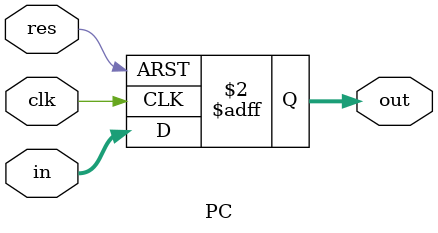
<source format=v>
module PC
(
    input clk,res,
    input [31:0] in,
    output reg [31:0] out
);
 
  always@(posedge clk or posedge res) begin
    if(res)
      out<=32'b0;
    else
      out<=in;
  end

endmodule
//////////////////////////////////////////////////////////////////////////////////////////////////////////////

</source>
